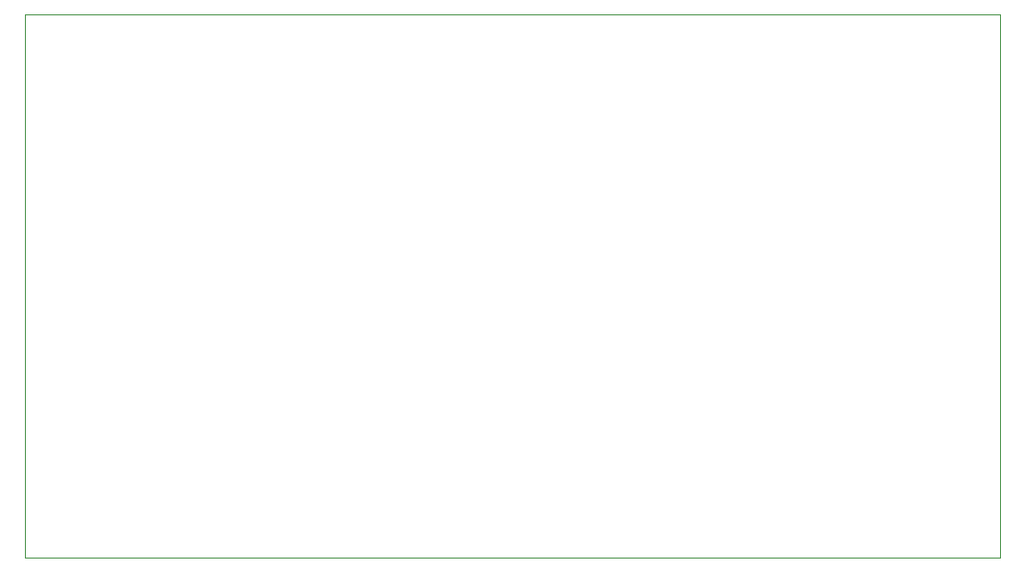
<source format=gbr>
%TF.GenerationSoftware,KiCad,Pcbnew,8.0.5*%
%TF.CreationDate,2025-01-06T05:05:23+01:00*%
%TF.ProjectId,my_Project2,6d795f50-726f-46a6-9563-74322e6b6963,rev?*%
%TF.SameCoordinates,Original*%
%TF.FileFunction,Profile,NP*%
%FSLAX46Y46*%
G04 Gerber Fmt 4.6, Leading zero omitted, Abs format (unit mm)*
G04 Created by KiCad (PCBNEW 8.0.5) date 2025-01-06 05:05:23*
%MOMM*%
%LPD*%
G01*
G04 APERTURE LIST*
%TA.AperFunction,Profile*%
%ADD10C,0.050000*%
%TD*%
G04 APERTURE END LIST*
D10*
X152781000Y-39243000D02*
X66675000Y-39243000D01*
X66675000Y-87249000D02*
X152781000Y-87249000D01*
X152781000Y-87249000D02*
X152781000Y-39243000D01*
X66675000Y-39243000D02*
X66675000Y-87249000D01*
M02*

</source>
